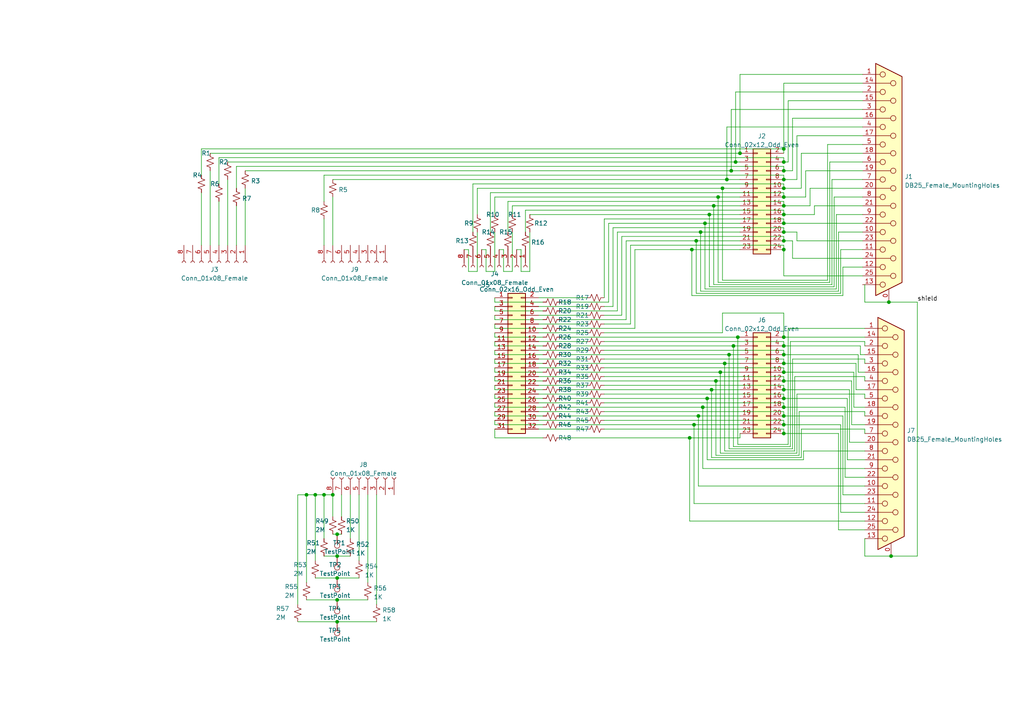
<source format=kicad_sch>
(kicad_sch (version 20211123) (generator eeschema)
  (paper "A4")
  (lib_symbols
    (symbol "Connector:Conn_01x08_Female" (pin_names (offset 1.016) hide)
      (property "Reference" "J" (at 0 10.16 0))
      (property "Value" "Conn_01x08_Female" (at 0 -12.7 0))
      (symbol "Conn_01x08_Female_1_1"
        (pin passive line (at -5.08 7.62 0) (length 3.81) (name "Pin_1") (number "1"))
        (pin passive line (at -5.08 5.08 0) (length 3.81) (name "Pin_2") (number "2"))
        (pin passive line (at -5.08 2.54 0) (length 3.81) (name "Pin_3") (number "3"))
        (pin passive line (at -5.08 0 0) (length 3.81) (name "Pin_4") (number "4"))
        (pin passive line (at -5.08 -2.54 0) (length 3.81) (name "Pin_5") (number "5"))
        (pin passive line (at -5.08 -5.08 0) (length 3.81) (name "Pin_6") (number "6"))
        (pin passive line (at -5.08 -7.62 0) (length 3.81) (name "Pin_7") (number "7"))
        (pin passive line (at -5.08 -10.16 0) (length 3.81) (name "Pin_8") (number "8"))
      )
    )
    (symbol "Connector:DB25_Female_MountingHoles" (pin_names (offset 1.016) hide)
      (property "Reference" "J" (at 0 36.83 0))
      (property "Value" "DB25_Female_MountingHoles" (at 0 34.925 0))
      (symbol "DB25_Female_MountingHoles_1_1"
        (pin passive line (at 0 -35.56 90) (length 3.81) (name "PAD") (number "0"))
        (pin passive line (at -7.62 30.48 0) (length 3.81) (name "1") (number "1"))
        (pin passive line (at -7.62 -15.24 0) (length 3.81) (name "10") (number "10"))
        (pin passive line (at -7.62 -20.32 0) (length 3.81) (name "11") (number "11"))
        (pin passive line (at -7.62 -25.4 0) (length 3.81) (name "12") (number "12"))
        (pin passive line (at -7.62 -30.48 0) (length 3.81) (name "13") (number "13"))
        (pin passive line (at -7.62 27.94 0) (length 3.81) (name "P14") (number "14"))
        (pin passive line (at -7.62 22.86 0) (length 3.81) (name "P15") (number "15"))
        (pin passive line (at -7.62 17.78 0) (length 3.81) (name "P16") (number "16"))
        (pin passive line (at -7.62 12.7 0) (length 3.81) (name "P17") (number "17"))
        (pin passive line (at -7.62 7.62 0) (length 3.81) (name "P18") (number "18"))
        (pin passive line (at -7.62 2.54 0) (length 3.81) (name "P19") (number "19"))
        (pin passive line (at -7.62 25.4 0) (length 3.81) (name "2") (number "2"))
        (pin passive line (at -7.62 -2.54 0) (length 3.81) (name "P20") (number "20"))
        (pin passive line (at -7.62 -7.62 0) (length 3.81) (name "P21") (number "21"))
        (pin passive line (at -7.62 -12.7 0) (length 3.81) (name "P22") (number "22"))
        (pin passive line (at -7.62 -17.78 0) (length 3.81) (name "P23") (number "23"))
        (pin passive line (at -7.62 -22.86 0) (length 3.81) (name "P24") (number "24"))
        (pin passive line (at -7.62 -27.94 0) (length 3.81) (name "P25") (number "25"))
        (pin passive line (at -7.62 20.32 0) (length 3.81) (name "3") (number "3"))
        (pin passive line (at -7.62 15.24 0) (length 3.81) (name "4") (number "4"))
        (pin passive line (at -7.62 10.16 0) (length 3.81) (name "5") (number "5"))
        (pin passive line (at -7.62 5.08 0) (length 3.81) (name "6") (number "6"))
        (pin passive line (at -7.62 0 0) (length 3.81) (name "7") (number "7"))
        (pin passive line (at -7.62 -5.08 0) (length 3.81) (name "8") (number "8"))
        (pin passive line (at -7.62 -10.16 0) (length 3.81) (name "9") (number "9"))
      )
    )
    (symbol "Connector:TestPoint" (pin_numbers hide) (pin_names (offset 0.762) hide)
      (property "Reference" "TP" (at 0 6.858 0))
      (property "Value" "TestPoint" (at 0 5.08 0))
      (symbol "TestPoint_1_1"
        (pin passive line (at 0 0 90) (length 2.54) (name "1") (number "1"))
      )
    )
    (symbol "Connector_Generic:Conn_02x12_Odd_Even" (pin_names (offset 1.016) hide)
      (property "Reference" "J" (at 1.27 15.24 0))
      (property "Value" "Conn_02x12_Odd_Even" (at 1.27 -17.78 0))
      (symbol "Conn_02x12_Odd_Even_1_1"
        (pin passive line (at -5.08 12.7 0) (length 3.81) (name "Pin_1") (number "1"))
        (pin passive line (at 7.62 2.54 180) (length 3.81) (name "Pin_10") (number "10"))
        (pin passive line (at -5.08 0 0) (length 3.81) (name "Pin_11") (number "11"))
        (pin passive line (at 7.62 0 180) (length 3.81) (name "Pin_12") (number "12"))
        (pin passive line (at -5.08 -2.54 0) (length 3.81) (name "Pin_13") (number "13"))
        (pin passive line (at 7.62 -2.54 180) (length 3.81) (name "Pin_14") (number "14"))
        (pin passive line (at -5.08 -5.08 0) (length 3.81) (name "Pin_15") (number "15"))
        (pin passive line (at 7.62 -5.08 180) (length 3.81) (name "Pin_16") (number "16"))
        (pin passive line (at -5.08 -7.62 0) (length 3.81) (name "Pin_17") (number "17"))
        (pin passive line (at 7.62 -7.62 180) (length 3.81) (name "Pin_18") (number "18"))
        (pin passive line (at -5.08 -10.16 0) (length 3.81) (name "Pin_19") (number "19"))
        (pin passive line (at 7.62 12.7 180) (length 3.81) (name "Pin_2") (number "2"))
        (pin passive line (at 7.62 -10.16 180) (length 3.81) (name "Pin_20") (number "20"))
        (pin passive line (at -5.08 -12.7 0) (length 3.81) (name "Pin_21") (number "21"))
        (pin passive line (at 7.62 -12.7 180) (length 3.81) (name "Pin_22") (number "22"))
        (pin passive line (at -5.08 -15.24 0) (length 3.81) (name "Pin_23") (number "23"))
        (pin passive line (at 7.62 -15.24 180) (length 3.81) (name "Pin_24") (number "24"))
        (pin passive line (at -5.08 10.16 0) (length 3.81) (name "Pin_3") (number "3"))
        (pin passive line (at 7.62 10.16 180) (length 3.81) (name "Pin_4") (number "4"))
        (pin passive line (at -5.08 7.62 0) (length 3.81) (name "Pin_5") (number "5"))
        (pin passive line (at 7.62 7.62 180) (length 3.81) (name "Pin_6") (number "6"))
        (pin passive line (at -5.08 5.08 0) (length 3.81) (name "Pin_7") (number "7"))
        (pin passive line (at 7.62 5.08 180) (length 3.81) (name "Pin_8") (number "8"))
        (pin passive line (at -5.08 2.54 0) (length 3.81) (name "Pin_9") (number "9"))
      )
    )
    (symbol "Connector_Generic:Conn_02x16_Odd_Even" (pin_names (offset 1.016) hide)
      (property "Reference" "J" (at 1.27 20.32 0))
      (property "Value" "Conn_02x16_Odd_Even" (at 1.27 -22.86 0))
      (symbol "Conn_02x16_Odd_Even_1_1"
        (pin passive line (at -5.08 17.78 0) (length 3.81) (name "Pin_1") (number "1"))
        (pin passive line (at 7.62 7.62 180) (length 3.81) (name "Pin_10") (number "10"))
        (pin passive line (at -5.08 5.08 0) (length 3.81) (name "Pin_11") (number "11"))
        (pin passive line (at 7.62 5.08 180) (length 3.81) (name "Pin_12") (number "12"))
        (pin passive line (at -5.08 2.54 0) (length 3.81) (name "Pin_13") (number "13"))
        (pin passive line (at 7.62 2.54 180) (length 3.81) (name "Pin_14") (number "14"))
        (pin passive line (at -5.08 0 0) (length 3.81) (name "Pin_15") (number "15"))
        (pin passive line (at 7.62 0 180) (length 3.81) (name "Pin_16") (number "16"))
        (pin passive line (at -5.08 -2.54 0) (length 3.81) (name "Pin_17") (number "17"))
        (pin passive line (at 7.62 -2.54 180) (length 3.81) (name "Pin_18") (number "18"))
        (pin passive line (at -5.08 -5.08 0) (length 3.81) (name "Pin_19") (number "19"))
        (pin passive line (at 7.62 17.78 180) (length 3.81) (name "Pin_2") (number "2"))
        (pin passive line (at 7.62 -5.08 180) (length 3.81) (name "Pin_20") (number "20"))
        (pin passive line (at -5.08 -7.62 0) (length 3.81) (name "Pin_21") (number "21"))
        (pin passive line (at 7.62 -7.62 180) (length 3.81) (name "Pin_22") (number "22"))
        (pin passive line (at -5.08 -10.16 0) (length 3.81) (name "Pin_23") (number "23"))
        (pin passive line (at 7.62 -10.16 180) (length 3.81) (name "Pin_24") (number "24"))
        (pin passive line (at -5.08 -12.7 0) (length 3.81) (name "Pin_25") (number "25"))
        (pin passive line (at 7.62 -12.7 180) (length 3.81) (name "Pin_26") (number "26"))
        (pin passive line (at -5.08 -15.24 0) (length 3.81) (name "Pin_27") (number "27"))
        (pin passive line (at 7.62 -15.24 180) (length 3.81) (name "Pin_28") (number "28"))
        (pin passive line (at -5.08 -17.78 0) (length 3.81) (name "Pin_29") (number "29"))
        (pin passive line (at -5.08 15.24 0) (length 3.81) (name "Pin_3") (number "3"))
        (pin passive line (at 7.62 -17.78 180) (length 3.81) (name "Pin_30") (number "30"))
        (pin passive line (at -5.08 -20.32 0) (length 3.81) (name "Pin_31") (number "31"))
        (pin passive line (at 7.62 -20.32 180) (length 3.81) (name "Pin_32") (number "32"))
        (pin passive line (at 7.62 15.24 180) (length 3.81) (name "Pin_4") (number "4"))
        (pin passive line (at -5.08 12.7 0) (length 3.81) (name "Pin_5") (number "5"))
        (pin passive line (at 7.62 12.7 180) (length 3.81) (name "Pin_6") (number "6"))
        (pin passive line (at -5.08 10.16 0) (length 3.81) (name "Pin_7") (number "7"))
        (pin passive line (at 7.62 10.16 180) (length 3.81) (name "Pin_8") (number "8"))
        (pin passive line (at -5.08 7.62 0) (length 3.81) (name "Pin_9") (number "9"))
      )
    )
    (symbol "Device:R_Small_US" (pin_numbers hide) (pin_names (offset 0.254) hide)
      (property "Reference" "R" (at 0.762 0.508 0))
      (property "Value" "R_Small_US" (at 0.762 -1.016 0))
      (symbol "R_Small_US_1_1"
        (pin passive line (at 0 2.54 270) (length 1.016) (name "~") (number "1"))
        (pin passive line (at 0 -2.54 90) (length 1.016) (name "~") (number "2"))
      )
    )
  )
  (junction (at 227.33 115.57))
  (junction (at 227.33 72.39))
  (junction (at 210.185 105.41))
  (junction (at 205.74 62.23))
  (junction (at 205.105 115.57))
  (junction (at 204.47 64.77))
  (junction (at 227.33 120.65))
  (junction (at 227.33 49.53))
  (junction (at 227.33 100.33))
  (junction (at 213.36 46.99))
  (junction (at 209.55 54.61))
  (junction (at 227.33 54.61))
  (junction (at 213.995 97.79))
  (junction (at 227.33 67.31))
  (junction (at 227.33 62.23))
  (junction (at 200.025 127))
  (junction (at 207.01 59.69))
  (junction (at 91.44 143.51))
  (junction (at 258.445 161.29))
  (junction (at 227.33 102.87))
  (junction (at 201.93 69.85))
  (junction (at 227.33 113.03))
  (junction (at 208.28 57.15))
  (junction (at 97.79 154.94))
  (junction (at 97.79 173.99))
  (junction (at 203.2 67.31))
  (junction (at 227.33 97.79))
  (junction (at 227.33 118.11))
  (junction (at 211.455 102.87))
  (junction (at 201.295 123.19))
  (junction (at 97.79 167.64))
  (junction (at 227.33 46.99))
  (junction (at 97.79 180.34))
  (junction (at 206.375 113.03))
  (junction (at 96.52 143.51))
  (junction (at 97.79 161.29))
  (junction (at 214.63 44.45))
  (junction (at 257.81 87.63))
  (junction (at 208.915 107.95))
  (junction (at 227.33 105.41))
  (junction (at 212.725 100.33))
  (junction (at 227.33 107.95))
  (junction (at 203.835 118.11))
  (junction (at 227.33 43.18))
  (junction (at 93.98 143.51))
  (junction (at 227.33 125.73))
  (junction (at 227.33 64.77))
  (junction (at 202.565 120.65))
  (junction (at 212.09 49.53))
  (junction (at 227.33 59.69))
  (junction (at 227.33 69.85))
  (junction (at 210.82 52.07))
  (junction (at 200.66 72.39))
  (junction (at 227.33 123.19))
  (junction (at 88.9 143.51))
  (junction (at 227.33 52.07))
  (junction (at 207.645 110.49))
  (junction (at 227.33 57.15))
  (junction (at 227.33 110.49))
  (wire (pts (xy 211.455 102.87) (xy 211.455 130.175)))
  (wire (pts (xy 242.57 83.82) (xy 242.57 62.23)))
  (wire (pts (xy 233.045 133.35) (xy 233.045 130.81)))
  (wire (pts (xy 227.33 105.41) (xy 248.285 105.41)))
  (wire (pts (xy 180.34 91.44) (xy 180.34 68.58)))
  (wire (pts (xy 97.79 161.29) (xy 101.6 161.29)))
  (wire (pts (xy 97.79 154.94) (xy 99.06 154.94)))
  (wire (pts (xy 177.8 88.9) (xy 177.8 66.04)))
  (wire (pts (xy 143.51 118.11) (xy 157.48 118.11)))
  (wire (pts (xy 137.16 53.34) (xy 227.33 53.34)))
  (wire (pts (xy 211.455 130.175) (xy 229.87 130.175)))
  (wire (pts (xy 227.33 24.13) (xy 227.33 43.18)))
  (wire (pts (xy 156.21 88.9) (xy 170.18 88.9)))
  (wire (pts (xy 212.09 31.75) (xy 250.19 31.75)))
  (wire (pts (xy 203.2 67.31) (xy 203.2 84.455)))
  (wire (pts (xy 250.825 99.06) (xy 250.825 100.33)))
  (wire (pts (xy 250.825 119.38) (xy 250.825 120.65)))
  (wire (pts (xy 244.475 143.51) (xy 250.825 143.51)))
  (wire (pts (xy 63.5 58.42) (xy 63.5 71.12)))
  (wire (pts (xy 204.47 83.82) (xy 242.57 83.82)))
  (wire (pts (xy 96.52 57.15) (xy 96.52 71.12)))
  (wire (pts (xy 91.44 143.51) (xy 91.44 162.56)))
  (wire (pts (xy 175.26 116.84) (xy 227.33 116.84)))
  (wire (pts (xy 162.56 115.57) (xy 205.105 115.57)))
  (wire (pts (xy 227.33 63.5) (xy 227.33 64.77)))
  (wire (pts (xy 250.825 156.21) (xy 250.825 161.29)))
  (wire (pts (xy 184.15 72.39) (xy 200.66 72.39)))
  (wire (pts (xy 142.24 55.88) (xy 142.24 67.31)))
  (wire (pts (xy 227.33 116.84) (xy 227.33 118.11)))
  (wire (pts (xy 143.51 115.57) (xy 157.48 115.57)))
  (wire (pts (xy 179.07 67.31) (xy 203.2 67.31)))
  (wire (pts (xy 156.21 99.06) (xy 170.18 99.06)))
  (wire (pts (xy 175.26 119.38) (xy 227.33 119.38)))
  (wire (pts (xy 175.26 104.14) (xy 227.33 104.14)))
  (wire (pts (xy 162.56 107.95) (xy 208.915 107.95)))
  (wire (pts (xy 142.24 55.88) (xy 227.33 55.88)))
  (wire (pts (xy 232.41 124.46) (xy 250.825 124.46)))
  (wire (pts (xy 208.28 57.15) (xy 214.63 57.15)))
  (wire (pts (xy 148.59 59.69) (xy 148.59 62.23)))
  (wire (pts (xy 213.995 97.79) (xy 213.995 128.905)))
  (wire (pts (xy 203.835 118.11) (xy 203.835 135.89)))
  (wire (pts (xy 228.6 29.21) (xy 250.19 29.21)))
  (wire (pts (xy 227.33 46.99) (xy 228.6 46.99)))
  (wire (pts (xy 227.33 54.61) (xy 232.41 54.61)))
  (wire (pts (xy 143.51 106.68) (xy 143.51 107.95)))
  (wire (pts (xy 176.53 87.63) (xy 176.53 64.77)))
  (wire (pts (xy 207.01 82.55) (xy 241.3 82.55)))
  (wire (pts (xy 243.84 148.59) (xy 250.825 148.59)))
  (wire (pts (xy 241.935 57.15) (xy 250.19 57.15)))
  (wire (pts (xy 162.56 113.03) (xy 206.375 113.03)))
  (wire (pts (xy 156.21 111.76) (xy 170.18 111.76)))
  (wire (pts (xy 156.21 104.14) (xy 170.18 104.14)))
  (wire (pts (xy 209.55 96.52) (xy 209.55 90.805)))
  (wire (pts (xy 162.56 102.87) (xy 211.455 102.87)))
  (wire (pts (xy 229.87 104.14) (xy 250.825 104.14)))
  (wire (pts (xy 180.34 68.58) (xy 227.33 68.58)))
  (wire (pts (xy 214.63 44.45) (xy 214.63 21.59)))
  (wire (pts (xy 175.26 96.52) (xy 209.55 96.52)))
  (wire (pts (xy 214.63 125.73) (xy 214.63 127)))
  (wire (pts (xy 227.33 97.79) (xy 250.825 97.79)))
  (wire (pts (xy 175.26 114.3) (xy 227.33 114.3)))
  (wire (pts (xy 203.835 118.11) (xy 214.63 118.11)))
  (wire (pts (xy 148.59 67.31) (xy 148.59 78.74)))
  (wire (pts (xy 162.56 110.49) (xy 207.645 110.49)))
  (wire (pts (xy 227.33 114.3) (xy 227.33 115.57)))
  (wire (pts (xy 162.56 100.33) (xy 212.725 100.33)))
  (wire (pts (xy 143.51 105.41) (xy 157.48 105.41)))
  (wire (pts (xy 232.41 54.61) (xy 232.41 44.45)))
  (wire (pts (xy 143.51 95.25) (xy 157.48 95.25)))
  (wire (pts (xy 208.915 131.445) (xy 231.14 131.445)))
  (wire (pts (xy 143.51 57.15) (xy 143.51 62.23)))
  (wire (pts (xy 135.89 72.39) (xy 135.89 78.74)))
  (wire (pts (xy 156.21 93.98) (xy 170.18 93.98)))
  (wire (pts (xy 250.825 104.14) (xy 250.825 105.41)))
  (wire (pts (xy 162.56 105.41) (xy 210.185 105.41)))
  (wire (pts (xy 201.93 69.85) (xy 214.63 69.85)))
  (wire (pts (xy 175.26 109.22) (xy 227.33 109.22)))
  (wire (pts (xy 229.87 34.29) (xy 250.19 34.29)))
  (wire (pts (xy 236.22 62.23) (xy 236.22 59.69)))
  (wire (pts (xy 205.74 62.23) (xy 205.74 83.185)))
  (wire (pts (xy 243.84 123.19) (xy 243.84 148.59)))
  (wire (pts (xy 162.56 87.63) (xy 176.53 87.63)))
  (wire (pts (xy 236.22 59.69) (xy 250.19 59.69)))
  (wire (pts (xy 93.98 63.5) (xy 93.98 71.12)))
  (wire (pts (xy 227.33 43.18) (xy 227.33 44.45)))
  (wire (pts (xy 143.51 109.22) (xy 143.51 110.49)))
  (wire (pts (xy 162.56 92.71) (xy 181.61 92.71)))
  (wire (pts (xy 213.995 128.905) (xy 228.6 128.905)))
  (wire (pts (xy 213.36 46.99) (xy 213.36 26.67)))
  (wire (pts (xy 106.68 143.51) (xy 106.68 168.91)))
  (wire (pts (xy 250.825 87.63) (xy 257.81 87.63)))
  (wire (pts (xy 227.33 71.12) (xy 227.33 72.39)))
  (wire (pts (xy 143.51 114.3) (xy 143.51 115.57)))
  (wire (pts (xy 146.05 72.39) (xy 146.05 78.74)))
  (wire (pts (xy 227.33 53.34) (xy 227.33 54.61)))
  (wire (pts (xy 162.56 90.17) (xy 179.07 90.17)))
  (wire (pts (xy 63.5 45.72) (xy 63.5 53.34)))
  (wire (pts (xy 227.33 45.72) (xy 227.33 46.99)))
  (wire (pts (xy 143.51 124.46) (xy 143.51 127)))
  (wire (pts (xy 96.52 52.07) (xy 210.82 52.07)))
  (wire (pts (xy 205.105 115.57) (xy 205.105 133.35)))
  (wire (pts (xy 156.21 101.6) (xy 170.18 101.6)))
  (wire (pts (xy 232.41 44.45) (xy 250.19 44.45)))
  (wire (pts (xy 247.65 118.11) (xy 250.825 118.11)))
  (wire (pts (xy 58.42 43.18) (xy 227.33 43.18)))
  (wire (pts (xy 143.51 97.79) (xy 157.48 97.79)))
  (wire (pts (xy 205.74 83.185) (xy 241.935 83.185)))
  (wire (pts (xy 202.565 140.97) (xy 250.825 140.97)))
  (wire (pts (xy 233.045 130.81) (xy 250.825 130.81)))
  (wire (pts (xy 143.51 111.76) (xy 143.51 113.03)))
  (wire (pts (xy 153.67 67.31) (xy 153.67 78.74)))
  (wire (pts (xy 153.67 62.23) (xy 205.74 62.23)))
  (wire (pts (xy 241.3 52.07) (xy 250.19 52.07)))
  (wire (pts (xy 143.51 113.03) (xy 157.48 113.03)))
  (wire (pts (xy 227.33 80.01) (xy 250.19 80.01)))
  (wire (pts (xy 184.15 95.25) (xy 184.15 72.39)))
  (wire (pts (xy 143.51 96.52) (xy 143.51 97.79)))
  (wire (pts (xy 210.82 36.83) (xy 250.19 36.83)))
  (wire (pts (xy 71.12 49.53) (xy 212.09 49.53)))
  (wire (pts (xy 201.295 146.05) (xy 250.825 146.05)))
  (wire (pts (xy 212.725 100.33) (xy 212.725 129.54)))
  (wire (pts (xy 240.665 81.915) (xy 240.665 46.99)))
  (wire (pts (xy 207.645 110.49) (xy 207.645 132.08)))
  (wire (pts (xy 214.63 21.59) (xy 250.19 21.59)))
  (wire (pts (xy 151.13 72.39) (xy 151.13 78.74)))
  (wire (pts (xy 152.4 60.96) (xy 152.4 67.31)))
  (wire (pts (xy 202.565 120.65) (xy 202.565 140.97)))
  (wire (pts (xy 227.33 118.11) (xy 245.11 118.11)))
  (wire (pts (xy 63.5 45.72) (xy 227.33 45.72)))
  (wire (pts (xy 143.51 93.98) (xy 143.51 95.25)))
  (wire (pts (xy 156.21 119.38) (xy 170.18 119.38)))
  (wire (pts (xy 227.33 109.22) (xy 227.33 110.49)))
  (wire (pts (xy 231.14 39.37) (xy 250.19 39.37)))
  (wire (pts (xy 227.33 49.53) (xy 229.87 49.53)))
  (wire (pts (xy 212.09 49.53) (xy 214.63 49.53)))
  (wire (pts (xy 143.51 67.31) (xy 143.51 78.74)))
  (wire (pts (xy 245.745 133.35) (xy 250.825 133.35)))
  (wire (pts (xy 249.555 102.87) (xy 250.825 102.87)))
  (wire (pts (xy 266.065 161.29) (xy 266.065 87.63)))
  (wire (pts (xy 200.66 85.725) (xy 244.475 85.725)))
  (wire (pts (xy 240.03 41.91) (xy 240.03 81.28)))
  (wire (pts (xy 143.51 120.65) (xy 157.48 120.65)))
  (wire (pts (xy 156.21 121.92) (xy 170.18 121.92)))
  (wire (pts (xy 245.745 115.57) (xy 245.745 133.35)))
  (wire (pts (xy 134.62 72.39) (xy 135.89 72.39)))
  (wire (pts (xy 135.89 78.74) (xy 138.43 78.74)))
  (wire (pts (xy 143.51 104.14) (xy 143.51 105.41)))
  (wire (pts (xy 176.53 64.77) (xy 204.47 64.77)))
  (wire (pts (xy 68.58 48.26) (xy 68.58 54.61)))
  (wire (pts (xy 175.26 88.9) (xy 177.8 88.9)))
  (wire (pts (xy 206.375 113.03) (xy 214.63 113.03)))
  (wire (pts (xy 227.33 119.38) (xy 227.33 120.65)))
  (wire (pts (xy 203.835 135.89) (xy 250.825 135.89)))
  (wire (pts (xy 60.96 49.53) (xy 60.96 71.12)))
  (wire (pts (xy 143.51 57.15) (xy 208.28 57.15)))
  (wire (pts (xy 143.51 92.71) (xy 157.48 92.71)))
  (wire (pts (xy 243.205 125.73) (xy 243.205 153.67)))
  (wire (pts (xy 227.33 69.85) (xy 229.87 69.85)))
  (wire (pts (xy 210.185 105.41) (xy 214.63 105.41)))
  (wire (pts (xy 182.88 71.12) (xy 182.88 93.98)))
  (wire (pts (xy 210.82 52.07) (xy 210.82 36.83)))
  (wire (pts (xy 93.98 143.51) (xy 93.98 156.21)))
  (wire (pts (xy 156.21 124.46) (xy 170.18 124.46)))
  (wire (pts (xy 227.33 48.26) (xy 227.33 49.53)))
  (wire (pts (xy 240.665 46.99) (xy 250.19 46.99)))
  (wire (pts (xy 181.61 69.85) (xy 201.93 69.85)))
  (wire (pts (xy 227.33 111.76) (xy 227.33 113.03)))
  (wire (pts (xy 229.87 74.93) (xy 250.19 74.93)))
  (wire (pts (xy 248.285 105.41) (xy 248.285 113.03)))
  (wire (pts (xy 209.55 90.805) (xy 227.33 90.805)))
  (wire (pts (xy 156.21 86.36) (xy 170.18 86.36)))
  (wire (pts (xy 242.57 62.23) (xy 250.19 62.23)))
  (wire (pts (xy 211.455 102.87) (xy 214.63 102.87)))
  (wire (pts (xy 228.6 128.905) (xy 228.6 95.25)))
  (wire (pts (xy 227.33 62.23) (xy 236.22 62.23)))
  (wire (pts (xy 88.9 143.51) (xy 91.44 143.51)))
  (wire (pts (xy 143.51 86.36) (xy 143.51 87.63)))
  (wire (pts (xy 250.825 109.22) (xy 250.825 110.49)))
  (wire (pts (xy 200.025 127) (xy 214.63 127)))
  (wire (pts (xy 247.65 107.95) (xy 247.65 118.11)))
  (wire (pts (xy 248.285 113.03) (xy 250.825 113.03)))
  (wire (pts (xy 179.07 90.17) (xy 179.07 67.31)))
  (wire (pts (xy 232.41 132.715) (xy 232.41 124.46)))
  (wire (pts (xy 247.015 123.19) (xy 250.825 123.19)))
  (wire (pts (xy 227.33 99.06) (xy 227.33 100.33)))
  (wire (pts (xy 97.79 167.64) (xy 104.14 167.64)))
  (wire (pts (xy 210.185 130.81) (xy 230.505 130.81)))
  (wire (pts (xy 93.98 50.8) (xy 93.98 58.42)))
  (wire (pts (xy 204.47 64.77) (xy 214.63 64.77)))
  (wire (pts (xy 240.03 41.91) (xy 250.19 41.91)))
  (wire (pts (xy 181.61 92.71) (xy 181.61 69.85)))
  (wire (pts (xy 208.28 81.915) (xy 240.665 81.915)))
  (wire (pts (xy 209.55 54.61) (xy 214.63 54.61)))
  (wire (pts (xy 212.725 100.33) (xy 214.63 100.33)))
  (wire (pts (xy 227.33 59.69) (xy 234.95 59.69)))
  (wire (pts (xy 227.33 66.04) (xy 227.33 67.31)))
  (wire (pts (xy 201.295 123.19) (xy 201.295 146.05)))
  (wire (pts (xy 229.87 69.85) (xy 229.87 74.93)))
  (wire (pts (xy 68.58 48.26) (xy 227.33 48.26)))
  (wire (pts (xy 66.04 46.99) (xy 213.36 46.99)))
  (wire (pts (xy 162.56 97.79) (xy 213.995 97.79)))
  (wire (pts (xy 104.14 143.51) (xy 104.14 162.56)))
  (wire (pts (xy 209.55 54.61) (xy 209.55 81.28)))
  (wire (pts (xy 143.51 101.6) (xy 143.51 102.87)))
  (wire (pts (xy 175.26 111.76) (xy 227.33 111.76)))
  (wire (pts (xy 245.11 138.43) (xy 250.825 138.43)))
  (wire (pts (xy 86.36 143.51) (xy 86.36 175.26)))
  (wire (pts (xy 247.015 110.49) (xy 247.015 123.19)))
  (wire (pts (xy 68.58 59.69) (xy 68.58 71.12)))
  (wire (pts (xy 231.14 52.07) (xy 231.14 39.37)))
  (wire (pts (xy 201.295 123.19) (xy 214.63 123.19)))
  (wire (pts (xy 175.26 86.36) (xy 175.26 63.5)))
  (wire (pts (xy 231.14 67.31) (xy 231.14 69.85)))
  (wire (pts (xy 212.725 129.54) (xy 229.235 129.54)))
  (wire (pts (xy 248.92 107.95) (xy 250.825 107.95)))
  (wire (pts (xy 227.33 121.92) (xy 227.33 123.19)))
  (wire (pts (xy 204.47 64.77) (xy 204.47 83.82)))
  (wire (pts (xy 162.56 118.11) (xy 203.835 118.11)))
  (wire (pts (xy 227.33 55.88) (xy 227.33 57.15)))
  (wire (pts (xy 201.93 69.85) (xy 201.93 85.09)))
  (wire (pts (xy 229.235 99.06) (xy 250.825 99.06)))
  (wire (pts (xy 233.68 49.53) (xy 250.19 49.53)))
  (wire (pts (xy 143.51 127) (xy 157.48 127)))
  (wire (pts (xy 227.33 124.46) (xy 227.33 125.73)))
  (wire (pts (xy 148.59 59.69) (xy 207.01 59.69)))
  (wire (pts (xy 241.3 82.55) (xy 241.3 52.07)))
  (wire (pts (xy 208.915 107.95) (xy 214.63 107.95)))
  (wire (pts (xy 151.13 78.74) (xy 153.67 78.74)))
  (wire (pts (xy 138.43 54.61) (xy 138.43 62.23)))
  (wire (pts (xy 258.445 161.29) (xy 266.065 161.29)))
  (wire (pts (xy 101.6 143.51) (xy 101.6 156.21)))
  (wire (pts (xy 156.21 91.44) (xy 170.18 91.44)))
  (wire (pts (xy 162.56 127) (xy 200.025 127)))
  (wire (pts (xy 212.09 49.53) (xy 212.09 31.75)))
  (wire (pts (xy 156.21 96.52) (xy 170.18 96.52)))
  (wire (pts (xy 227.33 58.42) (xy 227.33 59.69)))
  (wire (pts (xy 143.51 119.38) (xy 143.51 120.65)))
  (wire (pts (xy 213.36 26.67) (xy 250.19 26.67)))
  (wire (pts (xy 246.38 113.03) (xy 246.38 128.27)))
  (wire (pts (xy 227.33 101.6) (xy 227.33 102.87)))
  (wire (pts (xy 227.33 68.58) (xy 227.33 69.85)))
  (wire (pts (xy 227.33 115.57) (xy 245.745 115.57)))
  (wire (pts (xy 58.42 43.18) (xy 58.42 50.8)))
  (wire (pts (xy 231.775 132.08) (xy 231.775 119.38)))
  (wire (pts (xy 244.475 85.725) (xy 244.475 77.47)))
  (wire (pts (xy 140.97 78.74) (xy 143.51 78.74)))
  (wire (pts (xy 200.025 127) (xy 200.025 151.13)))
  (wire (pts (xy 140.97 72.39) (xy 140.97 78.74)))
  (wire (pts (xy 208.28 57.15) (xy 208.28 81.915)))
  (wire (pts (xy 227.33 57.15) (xy 233.68 57.15)))
  (wire (pts (xy 227.33 120.65) (xy 244.475 120.65)))
  (wire (pts (xy 241.935 83.185) (xy 241.935 57.15)))
  (wire (pts (xy 227.33 90.805) (xy 227.33 97.79)))
  (wire (pts (xy 162.56 120.65) (xy 202.565 120.65)))
  (wire (pts (xy 71.12 54.61) (xy 71.12 71.12)))
  (wire (pts (xy 200.66 72.39) (xy 200.66 85.725)))
  (wire (pts (xy 66.04 52.07) (xy 66.04 71.12)))
  (wire (pts (xy 137.16 53.34) (xy 137.16 67.31)))
  (wire (pts (xy 207.645 132.08) (xy 231.775 132.08)))
  (wire (pts (xy 88.9 173.99) (xy 97.79 173.99)))
  (wire (pts (xy 227.33 104.14) (xy 227.33 105.41)))
  (wire (pts (xy 99.06 143.51) (xy 99.06 149.86)))
  (wire (pts (xy 210.185 105.41) (xy 210.185 130.81)))
  (wire (pts (xy 227.33 52.07) (xy 231.14 52.07)))
  (wire (pts (xy 213.995 97.79) (xy 214.63 97.79)))
  (wire (pts (xy 88.9 143.51) (xy 88.9 168.91)))
  (wire (pts (xy 227.33 67.31) (xy 231.14 67.31)))
  (wire (pts (xy 228.6 95.25) (xy 250.825 95.25)))
  (wire (pts (xy 229.87 130.175) (xy 229.87 104.14)))
  (wire (pts (xy 230.505 109.22) (xy 250.825 109.22)))
  (wire (pts (xy 143.51 123.19) (xy 157.48 123.19)))
  (wire (pts (xy 202.565 120.65) (xy 214.63 120.65)))
  (wire (pts (xy 234.95 59.69) (xy 234.95 54.61)))
  (wire (pts (xy 96.52 154.94) (xy 97.79 154.94)))
  (wire (pts (xy 175.26 91.44) (xy 180.34 91.44)))
  (wire (pts (xy 146.05 78.74) (xy 148.59 78.74)))
  (wire (pts (xy 200.66 72.39) (xy 214.63 72.39)))
  (wire (pts (xy 209.55 81.28) (xy 240.03 81.28)))
  (wire (pts (xy 58.42 55.88) (xy 58.42 71.12)))
  (wire (pts (xy 227.33 106.68) (xy 227.33 107.95)))
  (wire (pts (xy 205.74 62.23) (xy 214.63 62.23)))
  (wire (pts (xy 205.105 115.57) (xy 214.63 115.57)))
  (wire (pts (xy 109.22 143.51) (xy 109.22 175.26)))
  (wire (pts (xy 162.56 95.25) (xy 184.15 95.25)))
  (wire (pts (xy 143.51 87.63) (xy 157.48 87.63)))
  (wire (pts (xy 143.51 99.06) (xy 143.51 100.33)))
  (wire (pts (xy 156.21 109.22) (xy 170.18 109.22)))
  (wire (pts (xy 227.33 72.39) (xy 227.33 80.01)))
  (wire (pts (xy 152.4 60.96) (xy 227.33 60.96)))
  (wire (pts (xy 175.26 101.6) (xy 227.33 101.6)))
  (wire (pts (xy 203.2 67.31) (xy 214.63 67.31)))
  (wire (pts (xy 182.88 71.12) (xy 227.33 71.12)))
  (wire (pts (xy 200.025 151.13) (xy 250.825 151.13)))
  (wire (pts (xy 229.235 129.54) (xy 229.235 99.06)))
  (wire (pts (xy 248.92 102.87) (xy 248.92 107.95)))
  (wire (pts (xy 207.01 59.69) (xy 207.01 82.55)))
  (wire (pts (xy 88.9 143.51) (xy 86.36 143.51)))
  (wire (pts (xy 143.51 116.84) (xy 143.51 118.11)))
  (wire (pts (xy 227.33 64.77) (xy 250.19 64.77)))
  (wire (pts (xy 227.33 123.19) (xy 243.84 123.19)))
  (wire (pts (xy 175.26 106.68) (xy 227.33 106.68)))
  (wire (pts (xy 243.84 72.39) (xy 250.19 72.39)))
  (wire (pts (xy 229.87 49.53) (xy 229.87 34.29)))
  (wire (pts (xy 93.98 161.29) (xy 97.79 161.29)))
  (wire (pts (xy 234.95 54.61) (xy 250.19 54.61)))
  (wire (pts (xy 250.825 114.3) (xy 250.825 115.57)))
  (wire (pts (xy 138.43 67.31) (xy 138.43 78.74)))
  (wire (pts (xy 233.68 57.15) (xy 233.68 49.53)))
  (wire (pts (xy 206.375 113.03) (xy 206.375 132.715)))
  (wire (pts (xy 231.14 69.85) (xy 250.19 69.85)))
  (wire (pts (xy 210.82 52.07) (xy 214.63 52.07)))
  (wire (pts (xy 175.26 63.5) (xy 227.33 63.5)))
  (wire (pts (xy 138.43 54.61) (xy 209.55 54.61)))
  (wire (pts (xy 147.32 58.42) (xy 147.32 67.31)))
  (wire (pts (xy 227.33 50.8) (xy 227.33 52.07)))
  (wire (pts (xy 227.33 110.49) (xy 247.015 110.49)))
  (wire (pts (xy 227.33 102.87) (xy 248.92 102.87)))
  (wire (pts (xy 227.33 107.95) (xy 247.65 107.95)))
  (wire (pts (xy 143.51 90.17) (xy 157.48 90.17)))
  (wire (pts (xy 177.8 66.04) (xy 227.33 66.04)))
  (wire (pts (xy 139.7 72.39) (xy 140.97 72.39)))
  (wire (pts (xy 228.6 46.99) (xy 228.6 29.21)))
  (wire (pts (xy 227.33 24.13) (xy 250.19 24.13)))
  (wire (pts (xy 243.84 85.09) (xy 243.84 72.39)))
  (wire (pts (xy 243.205 67.31) (xy 250.19 67.31)))
  (wire (pts (xy 244.475 120.65) (xy 244.475 143.51)))
  (wire (pts (xy 201.93 85.09) (xy 243.84 85.09)))
  (wire (pts (xy 97.79 180.34) (xy 109.22 180.34)))
  (wire (pts (xy 96.52 143.51) (xy 96.52 149.86)))
  (wire (pts (xy 143.51 107.95) (xy 157.48 107.95)))
  (wire (pts (xy 203.2 84.455) (xy 243.205 84.455)))
  (wire (pts (xy 243.205 153.67) (xy 250.825 153.67)))
  (wire (pts (xy 162.56 123.19) (xy 201.295 123.19)))
  (wire (pts (xy 227.33 60.96) (xy 227.33 62.23)))
  (wire (pts (xy 213.36 46.99) (xy 214.63 46.99)))
  (wire (pts (xy 143.51 91.44) (xy 143.51 92.71)))
  (wire (pts (xy 250.825 161.29) (xy 258.445 161.29)))
  (wire (pts (xy 227.33 100.33) (xy 249.555 100.33)))
  (wire (pts (xy 208.915 107.95) (xy 208.915 131.445)))
  (wire (pts (xy 207.645 110.49) (xy 214.63 110.49)))
  (wire (pts (xy 175.26 124.46) (xy 227.33 124.46)))
  (wire (pts (xy 60.96 44.45) (xy 214.63 44.45)))
  (wire (pts (xy 205.105 133.35) (xy 233.045 133.35)))
  (wire (pts (xy 149.86 72.39) (xy 151.13 72.39)))
  (wire (pts (xy 93.98 50.8) (xy 227.33 50.8)))
  (wire (pts (xy 143.51 110.49) (xy 157.48 110.49)))
  (wire (pts (xy 143.51 100.33) (xy 157.48 100.33)))
  (wire (pts (xy 156.21 106.68) (xy 170.18 106.68)))
  (wire (pts (xy 245.11 118.11) (xy 245.11 138.43)))
  (wire (pts (xy 143.51 88.9) (xy 143.51 90.17)))
  (wire (pts (xy 244.475 77.47) (xy 250.19 77.47)))
  (wire (pts (xy 231.14 114.3) (xy 250.825 114.3)))
  (wire (pts (xy 91.44 143.51) (xy 93.98 143.51)))
  (wire (pts (xy 207.01 59.69) (xy 214.63 59.69)))
  (wire (pts (xy 147.32 58.42) (xy 227.33 58.42)))
  (wire (pts (xy 266.065 87.63) (xy 257.81 87.63)))
  (wire (pts (xy 175.26 93.98) (xy 182.88 93.98)))
  (wire (pts (xy 156.21 114.3) (xy 170.18 114.3)))
  (wire (pts (xy 144.78 72.39) (xy 146.05 72.39)))
  (wire (pts (xy 93.98 143.51) (xy 96.52 143.51)))
  (wire (pts (xy 249.555 100.33) (xy 249.555 102.87)))
  (wire (pts (xy 227.33 125.73) (xy 243.205 125.73)))
  (wire (pts (xy 143.51 121.92) (xy 143.51 123.19)))
  (wire (pts (xy 250.825 124.46) (xy 250.825 125.73)))
  (wire (pts (xy 175.26 99.06) (xy 227.33 99.06)))
  (wire (pts (xy 97.79 173.99) (xy 106.68 173.99)))
  (wire (pts (xy 86.36 180.34) (xy 97.79 180.34)))
  (wire (pts (xy 231.775 119.38) (xy 250.825 119.38)))
  (wire (pts (xy 156.21 116.84) (xy 170.18 116.84)))
  (wire (pts (xy 231.14 131.445) (xy 231.14 114.3)))
  (wire (pts (xy 175.26 121.92) (xy 227.33 121.92)))
  (wire (pts (xy 206.375 132.715) (xy 232.41 132.715)))
  (wire (pts (xy 230.505 130.81) (xy 230.505 109.22)))
  (wire (pts (xy 250.825 82.55) (xy 250.825 87.63)))
  (wire (pts (xy 91.44 167.64) (xy 97.79 167.64)))
  (wire (pts (xy 246.38 128.27) (xy 250.825 128.27)))
  (wire (pts (xy 143.51 102.87) (xy 157.48 102.87)))
  (wire (pts (xy 243.205 84.455) (xy 243.205 67.31)))
  (wire (pts (xy 227.33 113.03) (xy 246.38 113.03)))
  (label "shield" (at 266.065 87.63 0))
  (symbol (lib_id "Device:R_Small_US") (at 106.68 171.45 0) (unit 1)
    (property "Reference" "R56" (at 108.331 170.6153 0) (effects (justify left)))
    (property "Value" "1K" (at 108.331 173.1522 0) (effects (justify left)))
    (property "Footprint" "Resistor_SMD:R_0805_2012Metric_Pad1.20x1.40mm_HandSolder" (effects hide))
    (property "LCSC" "C17513" (effects hide))
  )
  (symbol (lib_id "Device:R_Small_US") (at 160.02 105.41 90) (unit 1)
    (property "Reference" "R32" (at 163.83 105.41 90))
    (property "Value" "100" (effects hide))
    (property "Footprint" "Resistor_SMD:R_0805_2012Metric_Pad1.20x1.40mm_HandSolder" (effects hide))
    (property "LCSC" "C17408" (effects hide))
  )
  (symbol (lib_id "Device:R_Small_US") (at 160.02 113.03 90) (unit 1)
    (property "Reference" "R38" (at 163.83 113.03 90))
    (property "Value" "100" (effects hide))
    (property "Footprint" "Resistor_SMD:R_0805_2012Metric_Pad1.20x1.40mm_HandSolder" (effects hide))
    (property "LCSC" "C17408" (effects hide))
  )
  (symbol (lib_id "Device:R_Small_US") (at 68.58 57.15 180) (unit 1)
    (property "Reference" "R7" (at 70.231 57.5838 0) (effects (justify right)))
    (property "Value" "100" (effects hide))
    (property "Footprint" "Resistor_SMD:R_0805_2012Metric_Pad1.20x1.40mm_HandSolder" (effects hide))
    (property "LCSC" "C17408" (effects hide))
  )
  (symbol (lib_id "Device:R_Small_US") (at 66.04 49.53 180) (unit 1)
    (property "Reference" "R2" (at 63.5 46.99 0) (effects (justify right)))
    (property "Value" "100" (effects hide))
    (property "Footprint" "Resistor_SMD:R_0805_2012Metric_Pad1.20x1.40mm_HandSolder" (effects hide))
    (property "LCSC" "C17408" (effects hide))
  )
  (symbol (lib_id "Device:R_Small_US") (at 172.72 93.98 90) (unit 1)
    (property "Reference" "R23" (at 168.91 93.98 90))
    (property "Value" "100" (effects hide))
    (property "Footprint" "Resistor_SMD:R_0805_2012Metric_Pad1.20x1.40mm_HandSolder" (effects hide))
    (property "LCSC" "C17408" (effects hide))
  )
  (symbol (lib_id "Connector:Conn_01x08_Female") (at 104.14 76.2 270) (unit 1)
    (property "Reference" "J9" (at 102.87 78.1796 90))
    (property "Value" "Conn_01x08_Female" (at 102.87 80.7165 90))
    (property "Footprint" "Connector_PinHeader_2.54mm:PinHeader_1x08_P2.54mm_Vertical" (effects hide))
  )
  (symbol (lib_id "Device:R_Small_US") (at 160.02 102.87 90) (unit 1)
    (property "Reference" "R30" (at 163.83 102.87 90))
    (property "Value" "100" (effects hide))
    (property "Footprint" "Resistor_SMD:R_0805_2012Metric_Pad1.20x1.40mm_HandSolder" (effects hide))
    (property "LCSC" "C17408" (effects hide))
  )
  (symbol (lib_id "Device:R_Small_US") (at 63.5 55.88 180) (unit 1)
    (property "Reference" "R6" (at 60.96 53.34 0) (effects (justify right)))
    (property "Value" "100" (effects hide))
    (property "Footprint" "Resistor_SMD:R_0805_2012Metric_Pad1.20x1.40mm_HandSolder" (effects hide))
    (property "LCSC" "C17408" (effects hide))
  )
  (symbol (lib_id "Device:R_Small_US") (at 138.43 64.77 180) (unit 1)
    (property "Reference" "R9" (at 134.62 64.77 0) (effects (justify right)))
    (property "Value" "100" (effects hide))
    (property "Footprint" "Resistor_SMD:R_0805_2012Metric_Pad1.20x1.40mm_HandSolder" (effects hide))
    (property "LCSC" "C17408" (effects hide))
  )
  (symbol (lib_id "Device:R_Small_US") (at 172.72 116.84 90) (unit 1)
    (property "Reference" "R41" (at 168.91 116.84 90))
    (property "Value" "100" (effects hide))
    (property "Footprint" "Resistor_SMD:R_0805_2012Metric_Pad1.20x1.40mm_HandSolder" (effects hide))
    (property "LCSC" "C17408" (effects hide))
  )
  (symbol (lib_id "Device:R_Small_US") (at 93.98 60.96 180) (unit 1)
    (property "Reference" "R8" (at 90.17 60.96 0) (effects (justify right)))
    (property "Value" "100" (effects hide))
    (property "Footprint" "Resistor_SMD:R_0805_2012Metric_Pad1.20x1.40mm_HandSolder" (effects hide))
    (property "LCSC" "C17408" (effects hide))
  )
  (symbol (lib_id "Device:R_Small_US") (at 147.32 69.85 180) (unit 1)
    (property "Reference" "R15" (at 144.78 67.31 0) (effects (justify right)))
    (property "Value" "100" (effects hide))
    (property "Footprint" "Resistor_SMD:R_0805_2012Metric_Pad1.20x1.40mm_HandSolder" (effects hide))
    (property "LCSC" "C17408" (effects hide))
  )
  (symbol (lib_id "Device:R_Small_US") (at 96.52 54.61 180) (unit 1)
    (property "Reference" "R5" (at 98.171 55.0438 0) (effects (justify right)))
    (property "Value" "100" (effects hide))
    (property "Footprint" "Resistor_SMD:R_0805_2012Metric_Pad1.20x1.40mm_HandSolder" (effects hide))
    (property "LCSC" "C17408" (effects hide))
  )
  (symbol (lib_id "Connector_Generic:Conn_02x16_Odd_Even") (at 148.59 104.14 0) (unit 1)
    (property "Reference" "J5" (at 140.97 82.6602 0))
    (property "Value" "Conn_02x16_Odd_Even" (at 149.86 83.9271 0))
    (property "Footprint" "Connector_PinSocket_2.54mm:PinSocket_2x16_P2.54mm_Vertical" (effects hide))
  )
  (symbol (lib_id "Device:R_Small_US") (at 172.72 121.92 90) (unit 1)
    (property "Reference" "R45" (at 168.91 121.92 90))
    (property "Value" "100" (effects hide))
    (property "Footprint" "Resistor_SMD:R_0805_2012Metric_Pad1.20x1.40mm_HandSolder" (effects hide))
    (property "LCSC" "C17408" (effects hide))
  )
  (symbol (lib_id "Device:R_Small_US") (at 160.02 127 90) (unit 1)
    (property "Reference" "R48" (at 163.83 127 90))
    (property "Value" "100" (effects hide))
    (property "Footprint" "Resistor_SMD:R_0805_2012Metric_Pad1.20x1.40mm_HandSolder" (effects hide))
    (property "LCSC" "C17408" (effects hide))
  )
  (symbol (lib_id "Connector:Conn_01x08_Female") (at 106.68 138.43 270) (mirror x) (unit 1)
    (property "Reference" "J8" (at 105.41 134.781 90))
    (property "Value" "Conn_01x08_Female" (at 105.41 137.3179 90))
    (property "Footprint" "Connector_PinHeader_2.54mm:PinHeader_1x08_P2.54mm_Vertical" (effects hide))
  )
  (symbol (lib_id "Device:R_Small_US") (at 86.36 177.8 0) (unit 1)
    (property "Reference" "R57" (at 80.01 176.5331 0) (effects (justify left)))
    (property "Value" "2M" (at 80.01 179.07 0) (effects (justify left)))
    (property "Footprint" "Resistor_SMD:R_0805_2012Metric_Pad1.20x1.40mm_HandSolder" (effects hide))
    (property "LCSC" "C26112" (effects hide))
  )
  (symbol (lib_id "Device:R_Small_US") (at 160.02 123.19 90) (unit 1)
    (property "Reference" "R46" (at 163.83 123.19 90))
    (property "Value" "100" (effects hide))
    (property "Footprint" "Resistor_SMD:R_0805_2012Metric_Pad1.20x1.40mm_HandSolder" (effects hide))
    (property "LCSC" "C17408" (effects hide))
  )
  (symbol (lib_id "Device:R_Small_US") (at 60.96 46.99 180) (unit 1)
    (property "Reference" "R1" (at 58.42 44.45 0) (effects (justify right)))
    (property "Value" "100" (effects hide))
    (property "Footprint" "Resistor_SMD:R_0805_2012Metric_Pad1.20x1.40mm_HandSolder" (effects hide))
    (property "LCSC" "C17408" (effects hide))
  )
  (symbol (lib_id "Connector:TestPoint") (at 97.79 167.64 180) (unit 1)
    (property "Reference" "TP3" (at 95.25 170.18 0) (effects (justify right)))
    (property "Value" "TestPoint" (at 92.71 172.72 0) (effects (justify right)))
    (property "Footprint" "TestPoint:TestPoint_Pad_4.0x4.0mm" (effects hide))
  )
  (symbol (lib_id "Device:R_Small_US") (at 172.72 104.14 90) (unit 1)
    (property "Reference" "R31" (at 168.91 104.14 90))
    (property "Value" "100" (effects hide))
    (property "Footprint" "Resistor_SMD:R_0805_2012Metric_Pad1.20x1.40mm_HandSolder" (effects hide))
    (property "LCSC" "C17408" (effects hide))
  )
  (symbol (lib_id "Device:R_Small_US") (at 104.14 165.1 0) (unit 1)
    (property "Reference" "R54" (at 105.791 164.2653 0) (effects (justify left)))
    (property "Value" "1K" (at 105.791 166.8022 0) (effects (justify left)))
    (property "Footprint" "Resistor_SMD:R_0805_2012Metric_Pad1.20x1.40mm_HandSolder" (effects hide))
    (property "LCSC" "C17513" (effects hide))
  )
  (symbol (lib_id "Device:R_Small_US") (at 172.72 86.36 90) (unit 1)
    (property "Reference" "R17" (at 168.91 86.36 90))
    (property "Value" "100" (effects hide))
    (property "Footprint" "Resistor_SMD:R_0805_2012Metric_Pad1.20x1.40mm_HandSolder" (effects hide))
    (property "LCSC" "C17408" (effects hide))
  )
  (symbol (lib_id "Device:R_Small_US") (at 172.72 101.6 90) (unit 1)
    (property "Reference" "R29" (at 168.91 101.6 90))
    (property "Value" "100" (effects hide))
    (property "Footprint" "Resistor_SMD:R_0805_2012Metric_Pad1.20x1.40mm_HandSolder" (effects hide))
    (property "LCSC" "C17408" (effects hide))
  )
  (symbol (lib_id "Device:R_Small_US") (at 172.72 106.68 90) (unit 1)
    (property "Reference" "R33" (at 168.91 106.68 90))
    (property "Value" "100" (effects hide))
    (property "Footprint" "Resistor_SMD:R_0805_2012Metric_Pad1.20x1.40mm_HandSolder" (effects hide))
    (property "LCSC" "C17408" (effects hide))
  )
  (symbol (lib_id "Device:R_Small_US") (at 160.02 87.63 90) (unit 1)
    (property "Reference" "R18" (at 163.83 87.63 90))
    (property "Value" "100" (effects hide))
    (property "Footprint" "Resistor_SMD:R_0805_2012Metric_Pad1.20x1.40mm_HandSolder" (effects hide))
    (property "LCSC" "C17408" (effects hide))
  )
  (symbol (lib_id "Device:R_Small_US") (at 160.02 118.11 90) (unit 1)
    (property "Reference" "R42" (at 163.83 118.11 90))
    (property "Value" "100" (effects hide))
    (property "Footprint" "Resistor_SMD:R_0805_2012Metric_Pad1.20x1.40mm_HandSolder" (effects hide))
    (property "LCSC" "C17408" (effects hide))
  )
  (symbol (lib_id "Connector:TestPoint") (at 97.79 161.29 0) (mirror x) (unit 1)
    (property "Reference" "TP2" (at 99.06 163.83 0) (effects (justify right)))
    (property "Value" "TestPoint" (at 101.6 166.37 0) (effects (justify right)))
    (property "Footprint" "TestPoint:TestPoint_Pad_4.0x4.0mm" (effects hide))
  )
  (symbol (lib_id "Connector:Conn_01x08_Female") (at 63.5 76.2 270) (unit 1)
    (property "Reference" "J3" (at 62.23 78.1796 90))
    (property "Value" "Conn_01x08_Female" (at 62.23 80.7165 90))
    (property "Footprint" "Connector_PinHeader_2.54mm:PinHeader_1x08_P2.54mm_Vertical" (effects hide))
  )
  (symbol (lib_id "Device:R_Small_US") (at 172.72 111.76 90) (unit 1)
    (property "Reference" "R37" (at 168.91 111.76 90))
    (property "Value" "100" (effects hide))
    (property "Footprint" "Resistor_SMD:R_0805_2012Metric_Pad1.20x1.40mm_HandSolder" (effects hide))
    (property "LCSC" "C17408" (effects hide))
  )
  (symbol (lib_id "Device:R_Small_US") (at 101.6 158.75 0) (unit 1)
    (property "Reference" "R52" (at 103.251 157.9153 0) (effects (justify left)))
    (property "Value" "1K" (at 103.251 160.4522 0) (effects (justify left)))
    (property "Footprint" "Resistor_SMD:R_0805_2012Metric_Pad1.20x1.40mm_HandSolder" (effects hide))
    (property "LCSC" "C17513" (effects hide))
  )
  (symbol (lib_id "Device:R_Small_US") (at 172.72 124.46 90) (unit 1)
    (property "Reference" "R47" (at 168.91 124.46 90))
    (property "Value" "100" (effects hide))
    (property "Footprint" "Resistor_SMD:R_0805_2012Metric_Pad1.20x1.40mm_HandSolder" (effects hide))
    (property "LCSC" "C17408" (effects hide))
  )
  (symbol (lib_id "Device:R_Small_US") (at 160.02 110.49 90) (unit 1)
    (property "Reference" "R36" (at 163.83 110.49 90))
    (property "Value" "100" (effects hide))
    (property "Footprint" "Resistor_SMD:R_0805_2012Metric_Pad1.20x1.40mm_HandSolder" (effects hide))
    (property "LCSC" "C17408" (effects hide))
  )
  (symbol (lib_id "Connector_Generic:Conn_02x12_Odd_Even") (at 219.71 110.49 0) (unit 1)
    (property "Reference" "J6" (at 220.98 92.8202 0))
    (property "Value" "Conn_02x12_Odd_Even" (at 220.98 95.3571 0))
    (property "Footprint" "Connector_PinHeader_2.54mm:PinHeader_2x12_P2.54mm_Vertical" (effects hide))
  )
  (symbol (lib_id "Connector:TestPoint") (at 97.79 173.99 180) (unit 1)
    (property "Reference" "TP4" (at 95.25 176.53 0) (effects (justify right)))
    (property "Value" "TestPoint" (at 92.71 179.07 0) (effects (justify right)))
    (property "Footprint" "TestPoint:TestPoint_Pad_4.0x4.0mm" (effects hide))
  )
  (symbol (lib_id "Device:R_Small_US") (at 172.72 99.06 90) (unit 1)
    (property "Reference" "R27" (at 168.91 99.06 90))
    (property "Value" "100" (effects hide))
    (property "Footprint" "Resistor_SMD:R_0805_2012Metric_Pad1.20x1.40mm_HandSolder" (effects hide))
    (property "LCSC" "C17408" (effects hide))
  )
  (symbol (lib_id "Device:R_Small_US") (at 160.02 115.57 90) (unit 1)
    (property "Reference" "R40" (at 163.83 115.57 90))
    (property "Value" "100" (effects hide))
    (property "Footprint" "Resistor_SMD:R_0805_2012Metric_Pad1.20x1.40mm_HandSolder" (effects hide))
    (property "LCSC" "C17408" (effects hide))
  )
  (symbol (lib_id "Device:R_Small_US") (at 172.72 119.38 90) (unit 1)
    (property "Reference" "R43" (at 168.91 119.38 90))
    (property "Value" "100" (effects hide))
    (property "Footprint" "Resistor_SMD:R_0805_2012Metric_Pad1.20x1.40mm_HandSolder" (effects hide))
    (property "LCSC" "C17408" (effects hide))
  )
  (symbol (lib_id "Device:R_Small_US") (at 160.02 92.71 90) (unit 1)
    (property "Reference" "R22" (at 163.83 92.71 90))
    (property "Value" "100" (effects hide))
    (property "Footprint" "Resistor_SMD:R_0805_2012Metric_Pad1.20x1.40mm_HandSolder" (effects hide))
    (property "LCSC" "C17408" (effects hide))
  )
  (symbol (lib_id "Device:R_Small_US") (at 172.72 91.44 90) (unit 1)
    (property "Reference" "R21" (at 168.91 91.44 90))
    (property "Value" "100" (effects hide))
    (property "Footprint" "Resistor_SMD:R_0805_2012Metric_Pad1.20x1.40mm_HandSolder" (effects hide))
    (property "LCSC" "C17408" (effects hide))
  )
  (symbol (lib_id "Device:R_Small_US") (at 172.72 109.22 90) (unit 1)
    (property "Reference" "R35" (at 168.91 109.22 90))
    (property "Value" "100" (effects hide))
    (property "Footprint" "Resistor_SMD:R_0805_2012Metric_Pad1.20x1.40mm_HandSolder" (effects hide))
    (property "LCSC" "C17408" (effects hide))
  )
  (symbol (lib_id "Device:R_Small_US") (at 88.9 171.45 0) (unit 1)
    (property "Reference" "R55" (at 82.55 170.1831 0) (effects (justify left)))
    (property "Value" "2M" (at 82.55 172.72 0) (effects (justify left)))
    (property "Footprint" "Resistor_SMD:R_0805_2012Metric_Pad1.20x1.40mm_HandSolder" (effects hide))
    (property "LCSC" "C26112" (effects hide))
  )
  (symbol (lib_id "Device:R_Small_US") (at 137.16 69.85 180) (unit 1)
    (property "Reference" "R13" (at 132.08 69.85 0) (effects (justify right)))
    (property "Value" "100" (effects hide))
    (property "Footprint" "Resistor_SMD:R_0805_2012Metric_Pad1.20x1.40mm_HandSolder" (effects hide))
    (property "LCSC" "C17408" (effects hide))
  )
  (symbol (lib_id "Device:R_Small_US") (at 93.98 158.75 0) (unit 1)
    (property "Reference" "R51" (at 88.9 157.4831 0) (effects (justify left)))
    (property "Value" "2M" (at 88.9 160.02 0) (effects (justify left)))
    (property "Footprint" "Resistor_SMD:R_0805_2012Metric_Pad1.20x1.40mm_HandSolder" (effects hide))
    (property "LCSC" "C26112" (effects hide))
  )
  (symbol (lib_id "Device:R_Small_US") (at 172.72 114.3 90) (unit 1)
    (property "Reference" "R39" (at 168.91 114.3 90))
    (property "Value" "100" (effects hide))
    (property "Footprint" "Resistor_SMD:R_0805_2012Metric_Pad1.20x1.40mm_HandSolder" (effects hide))
    (property "LCSC" "C17408" (effects hide))
  )
  (symbol (lib_id "Device:R_Small_US") (at 148.59 64.77 180) (unit 1)
    (property "Reference" "R11" (at 147.32 62.23 0) (effects (justify right)))
    (property "Value" "100" (effects hide))
    (property "Footprint" "Resistor_SMD:R_0805_2012Metric_Pad1.20x1.40mm_HandSolder" (effects hide))
    (property "LCSC" "C17408" (effects hide))
  )
  (symbol (lib_id "Device:R_Small_US") (at 99.06 152.4 0) (unit 1)
    (property "Reference" "R50" (at 100.33 151.1331 0) (effects (justify left)))
    (property "Value" "1K" (at 100.33 153.67 0) (effects (justify left)))
    (property "Footprint" "Resistor_SMD:R_0805_2012Metric_Pad1.20x1.40mm_HandSolder" (effects hide))
    (property "LCSC" "C17513" (effects hide))
  )
  (symbol (lib_id "Connector:DB25_Female_MountingHoles") (at 258.445 125.73 0) (unit 1)
    (property "Reference" "J7" (at 263.017 124.8953 0) (effects (justify left)))
    (property "Value" "DB25_Female_MountingHoles" (at 263.017 127.4322 0) (effects (justify left)))
    (property "Footprint" "Connector_Dsub:DSUB-25_Female_Horizontal_P2.77x2.84mm_EdgePinOffset4.94mm_Housed_MountingHolesOffset7.48mm" (effects hide))
    (property "Datasheet" " ~" (effects hide))
  )
  (symbol (lib_id "Device:R_Small_US") (at 153.67 64.77 180) (unit 1)
    (property "Reference" "R12" (at 154.94 64.77 0) (effects (justify right)))
    (property "Value" "100" (effects hide))
    (property "Footprint" "Resistor_SMD:R_0805_2012Metric_Pad1.20x1.40mm_HandSolder" (effects hide))
    (property "LCSC" "C17408" (effects hide))
  )
  (symbol (lib_id "Device:R_Small_US") (at 160.02 97.79 90) (unit 1)
    (property "Reference" "R26" (at 163.83 97.79 90))
    (property "Value" "100" (effects hide))
    (property "Footprint" "Resistor_SMD:R_0805_2012Metric_Pad1.20x1.40mm_HandSolder" (effects hide))
    (property "LCSC" "C17408" (effects hide))
  )
  (symbol (lib_id "Connector:TestPoint") (at 97.79 154.94 180) (unit 1)
    (property "Reference" "TP1" (at 96.52 157.48 0) (effects (justify right)))
    (property "Value" "TestPoint" (at 93.98 160.02 0) (effects (justify right)))
    (property "Footprint" "TestPoint:TestPoint_Pad_4.0x4.0mm" (effects hide))
  )
  (symbol (lib_id "Connector:Conn_01x08_Female") (at 144.78 77.47 270) (unit 1)
    (property "Reference" "J4" (at 143.51 79.4496 90))
    (property "Value" "Conn_01x08_Female" (at 143.51 81.9865 90))
    (property "Footprint" "Connector_PinHeader_2.54mm:PinHeader_1x08_P2.54mm_Vertical" (effects hide))
  )
  (symbol (lib_id "Device:R_Small_US") (at 143.51 64.77 180) (unit 1)
    (property "Reference" "R10" (at 140.97 62.23 0) (effects (justify right)))
    (property "Value" "100" (effects hide))
    (property "Footprint" "Resistor_SMD:R_0805_2012Metric_Pad1.20x1.40mm_HandSolder" (effects hide))
    (property "LCSC" "C17408" (effects hide))
  )
  (symbol (lib_id "Device:R_Small_US") (at 58.42 53.34 180) (unit 1)
    (property "Reference" "R4" (at 55.88 50.8 0) (effects (justify right)))
    (property "Value" "100" (effects hide))
    (property "Footprint" "Resistor_SMD:R_0805_2012Metric_Pad1.20x1.40mm_HandSolder" (effects hide))
    (property "LCSC" "C17408" (effects hide))
  )
  (symbol (lib_id "Device:R_Small_US") (at 142.24 69.85 180) (unit 1)
    (property "Reference" "R14" (at 139.7 67.31 0) (effects (justify right)))
    (property "Value" "100" (effects hide))
    (property "Footprint" "Resistor_SMD:R_0805_2012Metric_Pad1.20x1.40mm_HandSolder" (effects hide))
    (property "LCSC" "C17408" (effects hide))
  )
  (symbol (lib_id "Connector_Generic:Conn_02x12_Odd_Even") (at 219.71 57.15 0) (unit 1)
    (property "Reference" "J2" (at 220.98 39.4802 0))
    (property "Value" "Conn_02x12_Odd_Even" (at 220.98 42.0171 0))
    (property "Footprint" "Connector_PinHeader_2.54mm:PinHeader_2x12_P2.54mm_Vertical" (effects hide))
  )
  (symbol (lib_id "Device:R_Small_US") (at 71.12 52.07 180) (unit 1)
    (property "Reference" "R3" (at 72.771 52.5038 0) (effects (justify right)))
    (property "Value" "100" (effects hide))
    (property "Footprint" "Resistor_SMD:R_0805_2012Metric_Pad1.20x1.40mm_HandSolder" (effects hide))
    (property "LCSC" "C17408" (effects hide))
  )
  (symbol (lib_id "Device:R_Small_US") (at 91.44 165.1 0) (unit 1)
    (property "Reference" "R53" (at 85.09 163.8331 0) (effects (justify left)))
    (property "Value" "2M" (at 85.09 166.37 0) (effects (justify left)))
    (property "Footprint" "Resistor_SMD:R_0805_2012Metric_Pad1.20x1.40mm_HandSolder" (effects hide))
    (property "LCSC" "C26112" (effects hide))
  )
  (symbol (lib_id "Device:R_Small_US") (at 160.02 107.95 90) (unit 1)
    (property "Reference" "R34" (at 163.83 107.95 90))
    (property "Value" "100" (effects hide))
    (property "Footprint" "Resistor_SMD:R_0805_2012Metric_Pad1.20x1.40mm_HandSolder" (effects hide))
    (property "LCSC" "C17408" (effects hide))
  )
  (symbol (lib_id "Device:R_Small_US") (at 160.02 95.25 90) (unit 1)
    (property "Reference" "R24" (at 163.83 95.25 90))
    (property "Value" "100" (effects hide))
    (property "Footprint" "Resistor_SMD:R_0805_2012Metric_Pad1.20x1.40mm_HandSolder" (effects hide))
    (property "LCSC" "C17408" (effects hide))
  )
  (symbol (lib_id "Device:R_Small_US") (at 96.52 152.4 0) (unit 1)
    (property "Reference" "R49" (at 91.44 151.13 0) (effects (justify left)))
    (property "Value" "2M" (at 91.44 153.6669 0) (effects (justify left)))
    (property "Footprint" "Resistor_SMD:R_0805_2012Metric_Pad1.20x1.40mm_HandSolder" (effects hide))
    (property "LCSC" "C26112" (effects hide))
  )
  (symbol (lib_id "Connector:TestPoint") (at 97.79 180.34 180) (unit 1)
    (property "Reference" "TP5" (at 95.25 182.88 0) (effects (justify right)))
    (property "Value" "TestPoint" (at 92.71 185.42 0) (effects (justify right)))
    (property "Footprint" "TestPoint:TestPoint_Pad_4.0x4.0mm" (effects hide))
  )
  (symbol (lib_id "Device:R_Small_US") (at 172.72 96.52 90) (unit 1)
    (property "Reference" "R25" (at 168.91 96.52 90))
    (property "Value" "100" (effects hide))
    (property "Footprint" "Resistor_SMD:R_0805_2012Metric_Pad1.20x1.40mm_HandSolder" (effects hide))
    (property "LCSC" "C17408" (effects hide))
  )
  (symbol (lib_id "Device:R_Small_US") (at 172.72 88.9 90) (unit 1)
    (property "Reference" "R19" (at 168.91 88.9 90))
    (property "Value" "100" (effects hide))
    (property "Footprint" "Resistor_SMD:R_0805_2012Metric_Pad1.20x1.40mm_HandSolder" (effects hide))
    (property "LCSC" "C17408" (effects hide))
  )
  (symbol (lib_id "Connector:DB25_Female_MountingHoles") (at 257.81 52.07 0) (unit 1)
    (property "Reference" "J1" (at 262.382 51.2353 0) (effects (justify left)))
    (property "Value" "DB25_Female_MountingHoles" (at 262.382 53.7722 0) (effects (justify left)))
    (property "Footprint" "Connector_Dsub:DSUB-25_Female_Horizontal_P2.77x2.84mm_EdgePinOffset4.94mm_Housed_MountingHolesOffset7.48mm" (effects hide))
    (property "Datasheet" " ~" (effects hide))
  )
  (symbol (lib_id "Device:R_Small_US") (at 160.02 120.65 90) (unit 1)
    (property "Reference" "R44" (at 163.83 120.65 90))
    (property "Value" "100" (effects hide))
    (property "Footprint" "Resistor_SMD:R_0805_2012Metric_Pad1.20x1.40mm_HandSolder" (effects hide))
    (property "LCSC" "C17408" (effects hide))
  )
  (symbol (lib_id "Device:R_Small_US") (at 109.22 177.8 0) (unit 1)
    (property "Reference" "R58" (at 110.871 176.9653 0) (effects (justify left)))
    (property "Value" "1K" (at 110.871 179.5022 0) (effects (justify left)))
    (property "Footprint" "Resistor_SMD:R_0805_2012Metric_Pad1.20x1.40mm_HandSolder" (effects hide))
    (property "LCSC" "C17513" (effects hide))
  )
  (symbol (lib_id "Device:R_Small_US") (at 152.4 69.85 180) (unit 1)
    (property "Reference" "R16" (at 154.051 70.2838 0) (effects (justify right)))
    (property "Value" "100" (effects hide))
    (property "Footprint" "Resistor_SMD:R_0805_2012Metric_Pad1.20x1.40mm_HandSolder" (effects hide))
    (property "LCSC" "C17408" (effects hide))
  )
  (symbol (lib_id "Device:R_Small_US") (at 160.02 90.17 90) (unit 1)
    (property "Reference" "R20" (at 163.83 90.17 90))
    (property "Value" "100" (effects hide))
    (property "Footprint" "Resistor_SMD:R_0805_2012Metric_Pad1.20x1.40mm_HandSolder" (effects hide))
    (property "LCSC" "C17408" (effects hide))
  )
  (symbol (lib_id "Device:R_Small_US") (at 160.02 100.33 90) (unit 1)
    (property "Reference" "R28" (at 163.83 100.33 90))
    (property "Value" "100" (effects hide))
    (property "Footprint" "Resistor_SMD:R_0805_2012Metric_Pad1.20x1.40mm_HandSolder" (effects hide))
    (property "LCSC" "C17408" (effects hide))
  )
)
</source>
